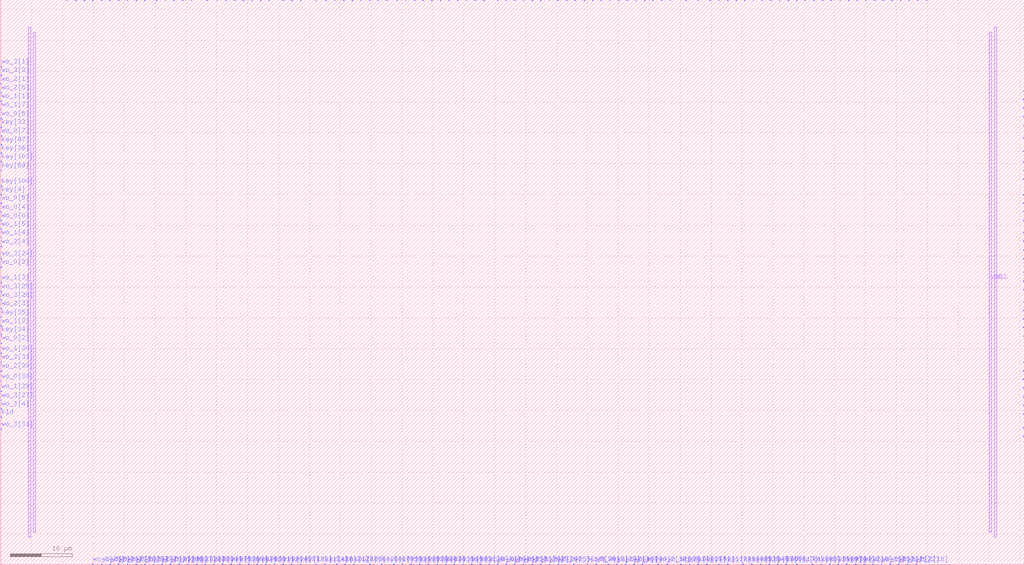
<source format=lef>
##
## LEF for PtnCells ;
## created by Innovus v16.10-p004_1 on Fri Feb 24 15:23:24 2017
##

VERSION 5.7 ;

BUSBITCHARS "[]" ;
DIVIDERCHAR "/" ;

MACRO aes_key_expand_128
  CLASS BLOCK ;
  SIZE 165.6800 BY 91.5600 ;
  FOREIGN aes_key_expand_128 0.0000 0.0000 ;
  ORIGIN 0 0 ;
  SYMMETRY X Y R90 ;
  PIN clk
    DIRECTION INPUT ;
    USE SIGNAL ;
    PORT
      LAYER metal4 ;
        RECT 78.1350 91.4200 78.2750 91.5600 ;
    END
  END clk
  PIN kld
    DIRECTION INPUT ;
    USE SIGNAL ;
    PORT
      LAYER metal4 ;
        RECT 0.0000 23.8000 0.1400 23.9400 ;
    END
  END kld
  PIN key[127]
    DIRECTION INPUT ;
    USE SIGNAL ;
    PORT
      LAYER metal4 ;
        RECT 61.6150 0.0000 61.7550 0.1400 ;
    END
  END key[127]
  PIN key[126]
    DIRECTION INPUT ;
    USE SIGNAL ;
    PORT
      LAYER metal4 ;
        RECT 52.3750 0.0000 52.5150 0.1400 ;
    END
  END key[126]
  PIN key[125]
    DIRECTION INPUT ;
    USE SIGNAL ;
    PORT
      LAYER metal4 ;
        RECT 57.1350 0.0000 57.2750 0.1400 ;
    END
  END key[125]
  PIN key[124]
    DIRECTION INPUT ;
    USE SIGNAL ;
    PORT
      LAYER metal4 ;
        RECT 50.9750 0.0000 51.1150 0.1400 ;
    END
  END key[124]
  PIN key[123]
    DIRECTION INPUT ;
    USE SIGNAL ;
    PORT
      LAYER metal4 ;
        RECT 48.4550 0.0000 48.5950 0.1400 ;
    END
  END key[123]
  PIN key[122]
    DIRECTION INPUT ;
    USE SIGNAL ;
    PORT
      LAYER metal4 ;
        RECT 55.7350 0.0000 55.8750 0.1400 ;
    END
  END key[122]
  PIN key[121]
    DIRECTION INPUT ;
    USE SIGNAL ;
    PORT
      LAYER metal4 ;
        RECT 54.3350 0.0000 54.4750 0.1400 ;
    END
  END key[121]
  PIN key[120]
    DIRECTION INPUT ;
    USE SIGNAL ;
    PORT
      LAYER metal4 ;
        RECT 59.6550 0.0000 59.7950 0.1400 ;
    END
  END key[120]
  PIN key[119]
    DIRECTION INPUT ;
    USE SIGNAL ;
    PORT
      LAYER metal4 ;
        RECT 134.1350 0.0000 134.2750 0.1400 ;
    END
  END key[119]
  PIN key[118]
    DIRECTION INPUT ;
    USE SIGNAL ;
    PORT
      LAYER metal4 ;
        RECT 132.7350 0.0000 132.8750 0.1400 ;
    END
  END key[118]
  PIN key[117]
    DIRECTION INPUT ;
    USE SIGNAL ;
    PORT
      LAYER metal4 ;
        RECT 127.1350 0.0000 127.2750 0.1400 ;
    END
  END key[117]
  PIN key[116]
    DIRECTION INPUT ;
    USE SIGNAL ;
    PORT
      LAYER metal4 ;
        RECT 117.6150 0.0000 117.7550 0.1400 ;
    END
  END key[116]
  PIN key[115]
    DIRECTION INPUT ;
    USE SIGNAL ;
    PORT
      LAYER metal4 ;
        RECT 112.8550 91.4200 112.9950 91.5600 ;
    END
  END key[115]
  PIN key[114]
    DIRECTION INPUT ;
    USE SIGNAL ;
    PORT
      LAYER metal4 ;
        RECT 110.8950 91.4200 111.0350 91.5600 ;
    END
  END key[114]
  PIN key[113]
    DIRECTION INPUT ;
    USE SIGNAL ;
    PORT
      LAYER metal4 ;
        RECT 116.2150 0.0000 116.3550 0.1400 ;
    END
  END key[113]
  PIN key[112]
    DIRECTION INPUT ;
    USE SIGNAL ;
    PORT
      LAYER metal4 ;
        RECT 128.8150 0.0000 128.9550 0.1400 ;
    END
  END key[112]
  PIN key[111]
    DIRECTION INPUT ;
    USE SIGNAL ;
    PORT
      LAYER metal4 ;
        RECT 102.7750 91.4200 102.9150 91.5600 ;
    END
  END key[111]
  PIN key[110]
    DIRECTION INPUT ;
    USE SIGNAL ;
    PORT
      LAYER metal4 ;
        RECT 104.1750 91.4200 104.3150 91.5600 ;
    END
  END key[110]
  PIN key[109]
    DIRECTION INPUT ;
    USE SIGNAL ;
    PORT
      LAYER metal4 ;
        RECT 101.3750 91.4200 101.5150 91.5600 ;
    END
  END key[109]
  PIN key[108]
    DIRECTION INPUT ;
    USE SIGNAL ;
    PORT
      LAYER metal4 ;
        RECT 105.5750 91.4200 105.7150 91.5600 ;
    END
  END key[108]
  PIN key[107]
    DIRECTION INPUT ;
    USE SIGNAL ;
    PORT
      LAYER metal4 ;
        RECT 99.9750 91.4200 100.1150 91.5600 ;
    END
  END key[107]
  PIN key[106]
    DIRECTION INPUT ;
    USE SIGNAL ;
    PORT
      LAYER metal4 ;
        RECT 98.5750 91.4200 98.7150 91.5600 ;
    END
  END key[106]
  PIN key[105]
    DIRECTION INPUT ;
    USE SIGNAL ;
    PORT
      LAYER metal4 ;
        RECT 97.1750 91.4200 97.3150 91.5600 ;
    END
  END key[105]
  PIN key[104]
    DIRECTION INPUT ;
    USE SIGNAL ;
    PORT
      LAYER metal4 ;
        RECT 106.9750 91.4200 107.1150 91.5600 ;
    END
  END key[104]
  PIN key[103]
    DIRECTION INPUT ;
    USE SIGNAL ;
    PORT
      LAYER metal4 ;
        RECT 0.0000 65.2400 0.1400 65.3800 ;
    END
  END key[103]
  PIN key[102]
    DIRECTION INPUT ;
    USE SIGNAL ;
    PORT
      LAYER metal4 ;
        RECT 25.2150 91.4200 25.3550 91.5600 ;
    END
  END key[102]
  PIN key[101]
    DIRECTION INPUT ;
    USE SIGNAL ;
    PORT
      LAYER metal4 ;
        RECT 30.8150 91.4200 30.9550 91.5600 ;
    END
  END key[101]
  PIN key[100]
    DIRECTION INPUT ;
    USE SIGNAL ;
    PORT
      LAYER metal4 ;
        RECT 0.0000 61.3200 0.1400 61.4600 ;
    END
  END key[100]
  PIN key[99]
    DIRECTION INPUT ;
    USE SIGNAL ;
    PORT
      LAYER metal4 ;
        RECT 45.6550 91.4200 45.7950 91.5600 ;
    END
  END key[99]
  PIN key[98]
    DIRECTION INPUT ;
    USE SIGNAL ;
    PORT
      LAYER metal4 ;
        RECT 47.0550 0.0000 47.1950 0.1400 ;
    END
  END key[98]
  PIN key[97]
    DIRECTION INPUT ;
    USE SIGNAL ;
    PORT
      LAYER metal4 ;
        RECT 0.0000 68.0400 0.1400 68.1800 ;
    END
  END key[97]
  PIN key[96]
    DIRECTION INPUT ;
    USE SIGNAL ;
    PORT
      LAYER metal4 ;
        RECT 35.0150 91.4200 35.1550 91.5600 ;
    END
  END key[96]
  PIN key[95]
    DIRECTION INPUT ;
    USE SIGNAL ;
    PORT
      LAYER metal4 ;
        RECT 63.5750 0.0000 63.7150 0.1400 ;
    END
  END key[95]
  PIN key[94]
    DIRECTION INPUT ;
    USE SIGNAL ;
    PORT
      LAYER metal4 ;
        RECT 45.6550 0.0000 45.7950 0.1400 ;
    END
  END key[94]
  PIN key[93]
    DIRECTION INPUT ;
    USE SIGNAL ;
    PORT
      LAYER metal4 ;
        RECT 64.9750 0.0000 65.1150 0.1400 ;
    END
  END key[93]
  PIN key[92]
    DIRECTION INPUT ;
    USE SIGNAL ;
    PORT
      LAYER metal4 ;
        RECT 44.2550 0.0000 44.3950 0.1400 ;
    END
  END key[92]
  PIN key[91]
    DIRECTION INPUT ;
    USE SIGNAL ;
    PORT
      LAYER metal4 ;
        RECT 42.8550 0.0000 42.9950 0.1400 ;
    END
  END key[91]
  PIN key[90]
    DIRECTION INPUT ;
    USE SIGNAL ;
    PORT
      LAYER metal4 ;
        RECT 66.3750 0.0000 66.5150 0.1400 ;
    END
  END key[90]
  PIN key[89]
    DIRECTION INPUT ;
    USE SIGNAL ;
    PORT
      LAYER metal4 ;
        RECT 67.7750 0.0000 67.9150 0.1400 ;
    END
  END key[89]
  PIN key[88]
    DIRECTION INPUT ;
    USE SIGNAL ;
    PORT
      LAYER metal4 ;
        RECT 69.1750 0.0000 69.3150 0.1400 ;
    END
  END key[88]
  PIN key[87]
    DIRECTION INPUT ;
    USE SIGNAL ;
    PORT
      LAYER metal4 ;
        RECT 135.5350 0.0000 135.6750 0.1400 ;
    END
  END key[87]
  PIN key[86]
    DIRECTION INPUT ;
    USE SIGNAL ;
    PORT
      LAYER metal4 ;
        RECT 131.3350 0.0000 131.4750 0.1400 ;
    END
  END key[86]
  PIN key[85]
    DIRECTION INPUT ;
    USE SIGNAL ;
    PORT
      LAYER metal4 ;
        RECT 125.7350 0.0000 125.8750 0.1400 ;
    END
  END key[85]
  PIN key[84]
    DIRECTION INPUT ;
    USE SIGNAL ;
    PORT
      LAYER metal4 ;
        RECT 114.8150 91.4200 114.9550 91.5600 ;
    END
  END key[84]
  PIN key[83]
    DIRECTION INPUT ;
    USE SIGNAL ;
    PORT
      LAYER metal4 ;
        RECT 108.3750 91.4200 108.5150 91.5600 ;
    END
  END key[83]
  PIN key[82]
    DIRECTION INPUT ;
    USE SIGNAL ;
    PORT
      LAYER metal4 ;
        RECT 95.7750 91.4200 95.9150 91.5600 ;
    END
  END key[82]
  PIN key[81]
    DIRECTION INPUT ;
    USE SIGNAL ;
    PORT
      LAYER metal4 ;
        RECT 116.2150 91.4200 116.3550 91.5600 ;
    END
  END key[81]
  PIN key[80]
    DIRECTION INPUT ;
    USE SIGNAL ;
    PORT
      LAYER metal4 ;
        RECT 136.9350 0.0000 137.0750 0.1400 ;
    END
  END key[80]
  PIN key[79]
    DIRECTION INPUT ;
    USE SIGNAL ;
    PORT
      LAYER metal4 ;
        RECT 117.6150 91.4200 117.7550 91.5600 ;
    END
  END key[79]
  PIN key[78]
    DIRECTION INPUT ;
    USE SIGNAL ;
    PORT
      LAYER metal4 ;
        RECT 119.0150 91.4200 119.1550 91.5600 ;
    END
  END key[78]
  PIN key[77]
    DIRECTION INPUT ;
    USE SIGNAL ;
    PORT
      LAYER metal4 ;
        RECT 94.3750 91.4200 94.5150 91.5600 ;
    END
  END key[77]
  PIN key[76]
    DIRECTION INPUT ;
    USE SIGNAL ;
    PORT
      LAYER metal4 ;
        RECT 120.4150 91.4200 120.5550 91.5600 ;
    END
  END key[76]
  PIN key[75]
    DIRECTION INPUT ;
    USE SIGNAL ;
    PORT
      LAYER metal4 ;
        RECT 92.9750 91.4200 93.1150 91.5600 ;
    END
  END key[75]
  PIN key[74]
    DIRECTION INPUT ;
    USE SIGNAL ;
    PORT
      LAYER metal4 ;
        RECT 121.8150 91.4200 121.9550 91.5600 ;
    END
  END key[74]
  PIN key[73]
    DIRECTION INPUT ;
    USE SIGNAL ;
    PORT
      LAYER metal4 ;
        RECT 91.5750 91.4200 91.7150 91.5600 ;
    END
  END key[73]
  PIN key[72]
    DIRECTION INPUT ;
    USE SIGNAL ;
    PORT
      LAYER metal4 ;
        RECT 90.1750 91.4200 90.3150 91.5600 ;
    END
  END key[72]
  PIN key[71]
    DIRECTION INPUT ;
    USE SIGNAL ;
    PORT
      LAYER metal4 ;
        RECT 26.6150 91.4200 26.7550 91.5600 ;
    END
  END key[71]
  PIN key[70]
    DIRECTION INPUT ;
    USE SIGNAL ;
    PORT
      LAYER metal4 ;
        RECT 28.0150 91.4200 28.1550 91.5600 ;
    END
  END key[70]
  PIN key[69]
    DIRECTION INPUT ;
    USE SIGNAL ;
    PORT
      LAYER metal4 ;
        RECT 29.4150 91.4200 29.5550 91.5600 ;
    END
  END key[69]
  PIN key[68]
    DIRECTION INPUT ;
    USE SIGNAL ;
    PORT
      LAYER metal4 ;
        RECT 0.0000 63.8400 0.1400 63.9800 ;
    END
  END key[68]
  PIN key[67]
    DIRECTION INPUT ;
    USE SIGNAL ;
    PORT
      LAYER metal4 ;
        RECT 47.0550 91.4200 47.1950 91.5600 ;
    END
  END key[67]
  PIN key[66]
    DIRECTION INPUT ;
    USE SIGNAL ;
    PORT
      LAYER metal4 ;
        RECT 41.4550 0.0000 41.5950 0.1400 ;
    END
  END key[66]
  PIN key[65]
    DIRECTION INPUT ;
    USE SIGNAL ;
    PORT
      LAYER metal4 ;
        RECT 23.2550 91.4200 23.3950 91.5600 ;
    END
  END key[65]
  PIN key[64]
    DIRECTION INPUT ;
    USE SIGNAL ;
    PORT
      LAYER metal4 ;
        RECT 33.3350 91.4200 33.4750 91.5600 ;
    END
  END key[64]
  PIN key[63]
    DIRECTION INPUT ;
    USE SIGNAL ;
    PORT
      LAYER metal4 ;
        RECT 70.5750 0.0000 70.7150 0.1400 ;
    END
  END key[63]
  PIN key[62]
    DIRECTION INPUT ;
    USE SIGNAL ;
    PORT
      LAYER metal4 ;
        RECT 40.0550 0.0000 40.1950 0.1400 ;
    END
  END key[62]
  PIN key[61]
    DIRECTION INPUT ;
    USE SIGNAL ;
    PORT
      LAYER metal4 ;
        RECT 71.9750 0.0000 72.1150 0.1400 ;
    END
  END key[61]
  PIN key[60]
    DIRECTION INPUT ;
    USE SIGNAL ;
    PORT
      LAYER metal4 ;
        RECT 38.6550 0.0000 38.7950 0.1400 ;
    END
  END key[60]
  PIN key[59]
    DIRECTION INPUT ;
    USE SIGNAL ;
    PORT
      LAYER metal4 ;
        RECT 37.2550 0.0000 37.3950 0.1400 ;
    END
  END key[59]
  PIN key[58]
    DIRECTION INPUT ;
    USE SIGNAL ;
    PORT
      LAYER metal4 ;
        RECT 73.3750 0.0000 73.5150 0.1400 ;
    END
  END key[58]
  PIN key[57]
    DIRECTION INPUT ;
    USE SIGNAL ;
    PORT
      LAYER metal4 ;
        RECT 35.8550 0.0000 35.9950 0.1400 ;
    END
  END key[57]
  PIN key[56]
    DIRECTION INPUT ;
    USE SIGNAL ;
    PORT
      LAYER metal4 ;
        RECT 74.7750 0.0000 74.9150 0.1400 ;
    END
  END key[56]
  PIN key[55]
    DIRECTION INPUT ;
    USE SIGNAL ;
    PORT
      LAYER metal4 ;
        RECT 124.3350 0.0000 124.4750 0.1400 ;
    END
  END key[55]
  PIN key[54]
    DIRECTION INPUT ;
    USE SIGNAL ;
    PORT
      LAYER metal4 ;
        RECT 122.9350 0.0000 123.0750 0.1400 ;
    END
  END key[54]
  PIN key[53]
    DIRECTION INPUT ;
    USE SIGNAL ;
    PORT
      LAYER metal4 ;
        RECT 121.5350 0.0000 121.6750 0.1400 ;
    END
  END key[53]
  PIN key[52]
    DIRECTION INPUT ;
    USE SIGNAL ;
    PORT
      LAYER metal4 ;
        RECT 114.2550 0.0000 114.3950 0.1400 ;
    END
  END key[52]
  PIN key[51]
    DIRECTION INPUT ;
    USE SIGNAL ;
    PORT
      LAYER metal4 ;
        RECT 88.7750 91.4200 88.9150 91.5600 ;
    END
  END key[51]
  PIN key[50]
    DIRECTION INPUT ;
    USE SIGNAL ;
    PORT
      LAYER metal4 ;
        RECT 87.3750 91.4200 87.5150 91.5600 ;
    END
  END key[50]
  PIN key[49]
    DIRECTION INPUT ;
    USE SIGNAL ;
    PORT
      LAYER metal4 ;
        RECT 123.2150 91.4200 123.3550 91.5600 ;
    END
  END key[49]
  PIN key[48]
    DIRECTION INPUT ;
    USE SIGNAL ;
    PORT
      LAYER metal4 ;
        RECT 120.1350 0.0000 120.2750 0.1400 ;
    END
  END key[48]
  PIN key[47]
    DIRECTION INPUT ;
    USE SIGNAL ;
    PORT
      LAYER metal4 ;
        RECT 124.6150 91.4200 124.7550 91.5600 ;
    END
  END key[47]
  PIN key[46]
    DIRECTION INPUT ;
    USE SIGNAL ;
    PORT
      LAYER metal4 ;
        RECT 126.0150 91.4200 126.1550 91.5600 ;
    END
  END key[46]
  PIN key[45]
    DIRECTION INPUT ;
    USE SIGNAL ;
    PORT
      LAYER metal4 ;
        RECT 127.4150 91.4200 127.5550 91.5600 ;
    END
  END key[45]
  PIN key[44]
    DIRECTION INPUT ;
    USE SIGNAL ;
    PORT
      LAYER metal4 ;
        RECT 128.8150 91.4200 128.9550 91.5600 ;
    END
  END key[44]
  PIN key[43]
    DIRECTION INPUT ;
    USE SIGNAL ;
    PORT
      LAYER metal4 ;
        RECT 130.2150 91.4200 130.3550 91.5600 ;
    END
  END key[43]
  PIN key[42]
    DIRECTION INPUT ;
    USE SIGNAL ;
    PORT
      LAYER metal4 ;
        RECT 131.6150 91.4200 131.7550 91.5600 ;
    END
  END key[42]
  PIN key[41]
    DIRECTION INPUT ;
    USE SIGNAL ;
    PORT
      LAYER metal4 ;
        RECT 133.0150 91.4200 133.1550 91.5600 ;
    END
  END key[41]
  PIN key[40]
    DIRECTION INPUT ;
    USE SIGNAL ;
    PORT
      LAYER metal4 ;
        RECT 85.9750 91.4200 86.1150 91.5600 ;
    END
  END key[40]
  PIN key[39]
    DIRECTION INPUT ;
    USE SIGNAL ;
    PORT
      LAYER metal4 ;
        RECT 36.4150 91.4200 36.5550 91.5600 ;
    END
  END key[39]
  PIN key[38]
    DIRECTION INPUT ;
    USE SIGNAL ;
    PORT
      LAYER metal4 ;
        RECT 21.8550 91.4200 21.9950 91.5600 ;
    END
  END key[38]
  PIN key[37]
    DIRECTION INPUT ;
    USE SIGNAL ;
    PORT
      LAYER metal4 ;
        RECT 37.8150 91.4200 37.9550 91.5600 ;
    END
  END key[37]
  PIN key[36]
    DIRECTION INPUT ;
    USE SIGNAL ;
    PORT
      LAYER metal4 ;
        RECT 0.0000 66.6400 0.1400 66.7800 ;
    END
  END key[36]
  PIN key[35]
    DIRECTION INPUT ;
    USE SIGNAL ;
    PORT
      LAYER metal4 ;
        RECT 0.0000 40.0400 0.1400 40.1800 ;
    END
  END key[35]
  PIN key[34]
    DIRECTION INPUT ;
    USE SIGNAL ;
    PORT
      LAYER metal4 ;
        RECT 0.0000 37.2400 0.1400 37.3800 ;
    END
  END key[34]
  PIN key[33]
    DIRECTION INPUT ;
    USE SIGNAL ;
    PORT
      LAYER metal4 ;
        RECT 0.0000 70.8400 0.1400 70.9800 ;
    END
  END key[33]
  PIN key[32]
    DIRECTION INPUT ;
    USE SIGNAL ;
    PORT
      LAYER metal4 ;
        RECT 39.2150 91.4200 39.3550 91.5600 ;
    END
  END key[32]
  PIN key[31]
    DIRECTION INPUT ;
    USE SIGNAL ;
    PORT
      LAYER metal4 ;
        RECT 76.1750 0.0000 76.3150 0.1400 ;
    END
  END key[31]
  PIN key[30]
    DIRECTION INPUT ;
    USE SIGNAL ;
    PORT
      LAYER metal4 ;
        RECT 34.4550 0.0000 34.5950 0.1400 ;
    END
  END key[30]
  PIN key[29]
    DIRECTION INPUT ;
    USE SIGNAL ;
    PORT
      LAYER metal4 ;
        RECT 33.0550 0.0000 33.1950 0.1400 ;
    END
  END key[29]
  PIN key[28]
    DIRECTION INPUT ;
    USE SIGNAL ;
    PORT
      LAYER metal4 ;
        RECT 31.6550 0.0000 31.7950 0.1400 ;
    END
  END key[28]
  PIN key[27]
    DIRECTION INPUT ;
    USE SIGNAL ;
    PORT
      LAYER metal4 ;
        RECT 30.2550 0.0000 30.3950 0.1400 ;
    END
  END key[27]
  PIN key[26]
    DIRECTION INPUT ;
    USE SIGNAL ;
    PORT
      LAYER metal4 ;
        RECT 28.8550 0.0000 28.9950 0.1400 ;
    END
  END key[26]
  PIN key[25]
    DIRECTION INPUT ;
    USE SIGNAL ;
    PORT
      LAYER metal4 ;
        RECT 77.5750 0.0000 77.7150 0.1400 ;
    END
  END key[25]
  PIN key[24]
    DIRECTION INPUT ;
    USE SIGNAL ;
    PORT
      LAYER metal4 ;
        RECT 59.6550 91.4200 59.7950 91.5600 ;
    END
  END key[24]
  PIN key[23]
    DIRECTION INPUT ;
    USE SIGNAL ;
    PORT
      LAYER metal4 ;
        RECT 112.8550 0.0000 112.9950 0.1400 ;
    END
  END key[23]
  PIN key[22]
    DIRECTION INPUT ;
    USE SIGNAL ;
    PORT
      LAYER metal4 ;
        RECT 138.3350 0.0000 138.4750 0.1400 ;
    END
  END key[22]
  PIN key[21]
    DIRECTION INPUT ;
    USE SIGNAL ;
    PORT
      LAYER metal4 ;
        RECT 111.4550 0.0000 111.5950 0.1400 ;
    END
  END key[21]
  PIN key[20]
    DIRECTION INPUT ;
    USE SIGNAL ;
    PORT
      LAYER metal4 ;
        RECT 165.5400 53.7600 165.6800 53.9000 ;
    END
  END key[20]
  PIN key[19]
    DIRECTION INPUT ;
    USE SIGNAL ;
    PORT
      LAYER metal4 ;
        RECT 103.8950 0.0000 104.0350 0.1400 ;
    END
  END key[19]
  PIN key[18]
    DIRECTION INPUT ;
    USE SIGNAL ;
    PORT
      LAYER metal4 ;
        RECT 84.5750 91.4200 84.7150 91.5600 ;
    END
  END key[18]
  PIN key[17]
    DIRECTION INPUT ;
    USE SIGNAL ;
    PORT
      LAYER metal4 ;
        RECT 165.5400 55.7200 165.6800 55.8600 ;
    END
  END key[17]
  PIN key[16]
    DIRECTION INPUT ;
    USE SIGNAL ;
    PORT
      LAYER metal4 ;
        RECT 139.7350 0.0000 139.8750 0.1400 ;
    END
  END key[16]
  PIN key[15]
    DIRECTION INPUT ;
    USE SIGNAL ;
    PORT
      LAYER metal4 ;
        RECT 134.4150 91.4200 134.5550 91.5600 ;
    END
  END key[15]
  PIN key[14]
    DIRECTION INPUT ;
    USE SIGNAL ;
    PORT
      LAYER metal4 ;
        RECT 135.8150 91.4200 135.9550 91.5600 ;
    END
  END key[14]
  PIN key[13]
    DIRECTION INPUT ;
    USE SIGNAL ;
    PORT
      LAYER metal4 ;
        RECT 137.2150 91.4200 137.3550 91.5600 ;
    END
  END key[13]
  PIN key[12]
    DIRECTION INPUT ;
    USE SIGNAL ;
    PORT
      LAYER metal4 ;
        RECT 138.6150 91.4200 138.7550 91.5600 ;
    END
  END key[12]
  PIN key[11]
    DIRECTION INPUT ;
    USE SIGNAL ;
    PORT
      LAYER metal4 ;
        RECT 140.0150 91.4200 140.1550 91.5600 ;
    END
  END key[11]
  PIN key[10]
    DIRECTION INPUT ;
    USE SIGNAL ;
    PORT
      LAYER metal4 ;
        RECT 141.4150 91.4200 141.5550 91.5600 ;
    END
  END key[10]
  PIN key[9]
    DIRECTION INPUT ;
    USE SIGNAL ;
    PORT
      LAYER metal4 ;
        RECT 142.8150 91.4200 142.9550 91.5600 ;
    END
  END key[9]
  PIN key[8]
    DIRECTION INPUT ;
    USE SIGNAL ;
    PORT
      LAYER metal4 ;
        RECT 165.5400 62.4400 165.6800 62.5800 ;
    END
  END key[8]
  PIN key[7]
    DIRECTION INPUT ;
    USE SIGNAL ;
    PORT
      LAYER metal4 ;
        RECT 40.6150 91.4200 40.7550 91.5600 ;
    END
  END key[7]
  PIN key[6]
    DIRECTION INPUT ;
    USE SIGNAL ;
    PORT
      LAYER metal4 ;
        RECT 42.0150 91.4200 42.1550 91.5600 ;
    END
  END key[6]
  PIN key[5]
    DIRECTION INPUT ;
    USE SIGNAL ;
    PORT
      LAYER metal4 ;
        RECT 43.4150 91.4200 43.5550 91.5600 ;
    END
  END key[5]
  PIN key[4]
    DIRECTION INPUT ;
    USE SIGNAL ;
    PORT
      LAYER metal4 ;
        RECT 0.0000 59.9200 0.1400 60.0600 ;
    END
  END key[4]
  PIN key[3]
    DIRECTION INPUT ;
    USE SIGNAL ;
    PORT
      LAYER metal4 ;
        RECT 50.9750 91.4200 51.1150 91.5600 ;
    END
  END key[3]
  PIN key[2]
    DIRECTION INPUT ;
    USE SIGNAL ;
    PORT
      LAYER metal4 ;
        RECT 52.6550 91.4200 52.7950 91.5600 ;
    END
  END key[2]
  PIN key[1]
    DIRECTION INPUT ;
    USE SIGNAL ;
    PORT
      LAYER metal4 ;
        RECT 20.4550 91.4200 20.5950 91.5600 ;
    END
  END key[1]
  PIN key[0]
    DIRECTION INPUT ;
    USE SIGNAL ;
    PORT
      LAYER metal4 ;
        RECT 48.4550 91.4200 48.5950 91.5600 ;
    END
  END key[0]
  PIN wo_0[31]
    DIRECTION OUTPUT ;
    USE SIGNAL ;
    PORT
      LAYER metal4 ;
        RECT 78.9750 0.0000 79.1150 0.1400 ;
    END
  END wo_0[31]
  PIN wo_0[30]
    DIRECTION OUTPUT ;
    USE SIGNAL ;
    PORT
      LAYER metal4 ;
        RECT 0.0000 29.6800 0.1400 29.8200 ;
    END
  END wo_0[30]
  PIN wo_0[29]
    DIRECTION OUTPUT ;
    USE SIGNAL ;
    PORT
      LAYER metal4 ;
        RECT 80.3750 0.0000 80.5150 0.1400 ;
    END
  END wo_0[29]
  PIN wo_0[28]
    DIRECTION OUTPUT ;
    USE SIGNAL ;
    PORT
      LAYER metal4 ;
        RECT 27.4550 0.0000 27.5950 0.1400 ;
    END
  END wo_0[28]
  PIN wo_0[27]
    DIRECTION OUTPUT ;
    USE SIGNAL ;
    PORT
      LAYER metal4 ;
        RECT 26.0550 0.0000 26.1950 0.1400 ;
    END
  END wo_0[27]
  PIN wo_0[26]
    DIRECTION OUTPUT ;
    USE SIGNAL ;
    PORT
      LAYER metal4 ;
        RECT 81.7750 0.0000 81.9150 0.1400 ;
    END
  END wo_0[26]
  PIN wo_0[25]
    DIRECTION OUTPUT ;
    USE SIGNAL ;
    PORT
      LAYER metal4 ;
        RECT 83.1750 0.0000 83.3150 0.1400 ;
    END
  END wo_0[25]
  PIN wo_0[24]
    DIRECTION OUTPUT ;
    USE SIGNAL ;
    PORT
      LAYER metal4 ;
        RECT 58.2550 91.4200 58.3950 91.5600 ;
    END
  END wo_0[24]
  PIN wo_0[23]
    DIRECTION OUTPUT ;
    USE SIGNAL ;
    PORT
      LAYER metal4 ;
        RECT 165.5400 28.5600 165.6800 28.7000 ;
    END
  END wo_0[23]
  PIN wo_0[22]
    DIRECTION OUTPUT ;
    USE SIGNAL ;
    PORT
      LAYER metal4 ;
        RECT 165.5400 25.7600 165.6800 25.9000 ;
    END
  END wo_0[22]
  PIN wo_0[21]
    DIRECTION OUTPUT ;
    USE SIGNAL ;
    PORT
      LAYER metal4 ;
        RECT 165.5400 31.3600 165.6800 31.5000 ;
    END
  END wo_0[21]
  PIN wo_0[20]
    DIRECTION OUTPUT ;
    USE SIGNAL ;
    PORT
      LAYER metal4 ;
        RECT 165.5400 42.5600 165.6800 42.7000 ;
    END
  END wo_0[20]
  PIN wo_0[19]
    DIRECTION OUTPUT ;
    USE SIGNAL ;
    PORT
      LAYER metal4 ;
        RECT 165.5400 57.1200 165.6800 57.2600 ;
    END
  END wo_0[19]
  PIN wo_0[18]
    DIRECTION OUTPUT ;
    USE SIGNAL ;
    PORT
      LAYER metal4 ;
        RECT 165.5400 59.9200 165.6800 60.0600 ;
    END
  END wo_0[18]
  PIN wo_0[17]
    DIRECTION OUTPUT ;
    USE SIGNAL ;
    PORT
      LAYER metal4 ;
        RECT 165.5400 45.9200 165.6800 46.0600 ;
    END
  END wo_0[17]
  PIN wo_0[16]
    DIRECTION OUTPUT ;
    USE SIGNAL ;
    PORT
      LAYER metal4 ;
        RECT 141.1350 0.0000 141.2750 0.1400 ;
    END
  END wo_0[16]
  PIN wo_0[15]
    DIRECTION OUTPUT ;
    USE SIGNAL ;
    PORT
      LAYER metal4 ;
        RECT 83.1750 91.4200 83.3150 91.5600 ;
    END
  END wo_0[15]
  PIN wo_0[14]
    DIRECTION OUTPUT ;
    USE SIGNAL ;
    PORT
      LAYER metal4 ;
        RECT 81.7750 91.4200 81.9150 91.5600 ;
    END
  END wo_0[14]
  PIN wo_0[13]
    DIRECTION OUTPUT ;
    USE SIGNAL ;
    PORT
      LAYER metal4 ;
        RECT 80.3750 91.4200 80.5150 91.5600 ;
    END
  END wo_0[13]
  PIN wo_0[12]
    DIRECTION OUTPUT ;
    USE SIGNAL ;
    PORT
      LAYER metal4 ;
        RECT 76.7350 91.4200 76.8750 91.5600 ;
    END
  END wo_0[12]
  PIN wo_0[11]
    DIRECTION OUTPUT ;
    USE SIGNAL ;
    PORT
      LAYER metal4 ;
        RECT 75.3350 91.4200 75.4750 91.5600 ;
    END
  END wo_0[11]
  PIN wo_0[10]
    DIRECTION OUTPUT ;
    USE SIGNAL ;
    PORT
      LAYER metal4 ;
        RECT 73.9350 91.4200 74.0750 91.5600 ;
    END
  END wo_0[10]
  PIN wo_0[9]
    DIRECTION OUTPUT ;
    USE SIGNAL ;
    PORT
      LAYER metal4 ;
        RECT 72.5350 91.4200 72.6750 91.5600 ;
    END
  END wo_0[9]
  PIN wo_0[8]
    DIRECTION OUTPUT ;
    USE SIGNAL ;
    PORT
      LAYER metal4 ;
        RECT 71.1350 91.4200 71.2750 91.5600 ;
    END
  END wo_0[8]
  PIN wo_0[7]
    DIRECTION OUTPUT ;
    USE SIGNAL ;
    PORT
      LAYER metal4 ;
        RECT 0.0000 69.4400 0.1400 69.5800 ;
    END
  END wo_0[7]
  PIN wo_0[6]
    DIRECTION OUTPUT ;
    USE SIGNAL ;
    PORT
      LAYER metal4 ;
        RECT 0.0000 72.2400 0.1400 72.3800 ;
    END
  END wo_0[6]
  PIN wo_0[5]
    DIRECTION OUTPUT ;
    USE SIGNAL ;
    PORT
      LAYER metal4 ;
        RECT 0.0000 58.5200 0.1400 58.6600 ;
    END
  END wo_0[5]
  PIN wo_0[4]
    DIRECTION OUTPUT ;
    USE SIGNAL ;
    PORT
      LAYER metal4 ;
        RECT 0.0000 57.1200 0.1400 57.2600 ;
    END
  END wo_0[4]
  PIN wo_0[3]
    DIRECTION OUTPUT ;
    USE SIGNAL ;
    PORT
      LAYER metal4 ;
        RECT 0.0000 48.1600 0.1400 48.3000 ;
    END
  END wo_0[3]
  PIN wo_0[2]
    DIRECTION OUTPUT ;
    USE SIGNAL ;
    PORT
      LAYER metal4 ;
        RECT 0.0000 35.8400 0.1400 35.9800 ;
    END
  END wo_0[2]
  PIN wo_0[1]
    DIRECTION OUTPUT ;
    USE SIGNAL ;
    PORT
      LAYER metal4 ;
        RECT 19.0550 91.4200 19.1950 91.5600 ;
    END
  END wo_0[1]
  PIN wo_0[0]
    DIRECTION OUTPUT ;
    USE SIGNAL ;
    PORT
      LAYER metal4 ;
        RECT 0.0000 55.7200 0.1400 55.8600 ;
    END
  END wo_0[0]
  PIN wo_1[31]
    DIRECTION OUTPUT ;
    USE SIGNAL ;
    PORT
      LAYER metal4 ;
        RECT 84.5750 0.0000 84.7150 0.1400 ;
    END
  END wo_1[31]
  PIN wo_1[30]
    DIRECTION OUTPUT ;
    USE SIGNAL ;
    PORT
      LAYER metal4 ;
        RECT 0.0000 34.1600 0.1400 34.3000 ;
    END
  END wo_1[30]
  PIN wo_1[29]
    DIRECTION OUTPUT ;
    USE SIGNAL ;
    PORT
      LAYER metal4 ;
        RECT 0.0000 28.0000 0.1400 28.1400 ;
    END
  END wo_1[29]
  PIN wo_1[28]
    DIRECTION OUTPUT ;
    USE SIGNAL ;
    PORT
      LAYER metal4 ;
        RECT 24.6550 0.0000 24.7950 0.1400 ;
    END
  END wo_1[28]
  PIN wo_1[27]
    DIRECTION OUTPUT ;
    USE SIGNAL ;
    PORT
      LAYER metal4 ;
        RECT 23.2550 0.0000 23.3950 0.1400 ;
    END
  END wo_1[27]
  PIN wo_1[26]
    DIRECTION OUTPUT ;
    USE SIGNAL ;
    PORT
      LAYER metal4 ;
        RECT 85.9750 0.0000 86.1150 0.1400 ;
    END
  END wo_1[26]
  PIN wo_1[25]
    DIRECTION OUTPUT ;
    USE SIGNAL ;
    PORT
      LAYER metal4 ;
        RECT 21.8550 0.0000 21.9950 0.1400 ;
    END
  END wo_1[25]
  PIN wo_1[24]
    DIRECTION OUTPUT ;
    USE SIGNAL ;
    PORT
      LAYER metal4 ;
        RECT 65.5350 91.4200 65.6750 91.5600 ;
    END
  END wo_1[24]
  PIN wo_1[23]
    DIRECTION OUTPUT ;
    USE SIGNAL ;
    PORT
      LAYER metal4 ;
        RECT 142.5350 0.0000 142.6750 0.1400 ;
    END
  END wo_1[23]
  PIN wo_1[22]
    DIRECTION OUTPUT ;
    USE SIGNAL ;
    PORT
      LAYER metal4 ;
        RECT 143.9350 0.0000 144.0750 0.1400 ;
    END
  END wo_1[22]
  PIN wo_1[21]
    DIRECTION OUTPUT ;
    USE SIGNAL ;
    PORT
      LAYER metal4 ;
        RECT 165.5400 29.9600 165.6800 30.1000 ;
    END
  END wo_1[21]
  PIN wo_1[20]
    DIRECTION OUTPUT ;
    USE SIGNAL ;
    PORT
      LAYER metal4 ;
        RECT 165.5400 47.3200 165.6800 47.4600 ;
    END
  END wo_1[20]
  PIN wo_1[19]
    DIRECTION OUTPUT ;
    USE SIGNAL ;
    PORT
      LAYER metal4 ;
        RECT 165.5400 58.5200 165.6800 58.6600 ;
    END
  END wo_1[19]
  PIN wo_1[18]
    DIRECTION OUTPUT ;
    USE SIGNAL ;
    PORT
      LAYER metal4 ;
        RECT 107.8150 0.0000 107.9550 0.1400 ;
    END
  END wo_1[18]
  PIN wo_1[17]
    DIRECTION OUTPUT ;
    USE SIGNAL ;
    PORT
      LAYER metal4 ;
        RECT 165.5400 52.3600 165.6800 52.5000 ;
    END
  END wo_1[17]
  PIN wo_1[16]
    DIRECTION OUTPUT ;
    USE SIGNAL ;
    PORT
      LAYER metal4 ;
        RECT 145.3350 0.0000 145.4750 0.1400 ;
    END
  END wo_1[16]
  PIN wo_1[15]
    DIRECTION OUTPUT ;
    USE SIGNAL ;
    PORT
      LAYER metal4 ;
        RECT 165.5400 63.8400 165.6800 63.9800 ;
    END
  END wo_1[15]
  PIN wo_1[14]
    DIRECTION OUTPUT ;
    USE SIGNAL ;
    PORT
      LAYER metal4 ;
        RECT 69.7350 91.4200 69.8750 91.5600 ;
    END
  END wo_1[14]
  PIN wo_1[13]
    DIRECTION OUTPUT ;
    USE SIGNAL ;
    PORT
      LAYER metal4 ;
        RECT 68.3350 91.4200 68.4750 91.5600 ;
    END
  END wo_1[13]
  PIN wo_1[12]
    DIRECTION OUTPUT ;
    USE SIGNAL ;
    PORT
      LAYER metal4 ;
        RECT 66.9350 91.4200 67.0750 91.5600 ;
    END
  END wo_1[12]
  PIN wo_1[11]
    DIRECTION OUTPUT ;
    USE SIGNAL ;
    PORT
      LAYER metal4 ;
        RECT 144.2150 91.4200 144.3550 91.5600 ;
    END
  END wo_1[11]
  PIN wo_1[10]
    DIRECTION OUTPUT ;
    USE SIGNAL ;
    PORT
      LAYER metal4 ;
        RECT 145.6150 91.4200 145.7550 91.5600 ;
    END
  END wo_1[10]
  PIN wo_1[9]
    DIRECTION OUTPUT ;
    USE SIGNAL ;
    PORT
      LAYER metal4 ;
        RECT 165.5400 71.1200 165.6800 71.2600 ;
    END
  END wo_1[9]
  PIN wo_1[8]
    DIRECTION OUTPUT ;
    USE SIGNAL ;
    PORT
      LAYER metal4 ;
        RECT 102.4950 0.0000 102.6350 0.1400 ;
    END
  END wo_1[8]
  PIN wo_1[7]
    DIRECTION OUTPUT ;
    USE SIGNAL ;
    PORT
      LAYER metal4 ;
        RECT 0.0000 73.6400 0.1400 73.7800 ;
    END
  END wo_1[7]
  PIN wo_1[6]
    DIRECTION OUTPUT ;
    USE SIGNAL ;
    PORT
      LAYER metal4 ;
        RECT 17.6550 91.4200 17.7950 91.5600 ;
    END
  END wo_1[6]
  PIN wo_1[5]
    DIRECTION OUTPUT ;
    USE SIGNAL ;
    PORT
      LAYER metal4 ;
        RECT 0.0000 54.3200 0.1400 54.4600 ;
    END
  END wo_1[5]
  PIN wo_1[4]
    DIRECTION OUTPUT ;
    USE SIGNAL ;
    PORT
      LAYER metal4 ;
        RECT 0.0000 52.9200 0.1400 53.0600 ;
    END
  END wo_1[4]
  PIN wo_1[3]
    DIRECTION OUTPUT ;
    USE SIGNAL ;
    PORT
      LAYER metal4 ;
        RECT 0.0000 45.6400 0.1400 45.7800 ;
    END
  END wo_1[3]
  PIN wo_1[2]
    DIRECTION OUTPUT ;
    USE SIGNAL ;
    PORT
      LAYER metal4 ;
        RECT 0.0000 38.6400 0.1400 38.7800 ;
    END
  END wo_1[2]
  PIN wo_1[1]
    DIRECTION OUTPUT ;
    USE SIGNAL ;
    PORT
      LAYER metal4 ;
        RECT 0.0000 75.0400 0.1400 75.1800 ;
    END
  END wo_1[1]
  PIN wo_1[0]
    DIRECTION OUTPUT ;
    USE SIGNAL ;
    PORT
      LAYER metal4 ;
        RECT 54.0550 91.4200 54.1950 91.5600 ;
    END
  END wo_1[0]
  PIN wo_2[31]
    DIRECTION OUTPUT ;
    USE SIGNAL ;
    PORT
      LAYER metal4 ;
        RECT 0.0000 32.7600 0.1400 32.9000 ;
    END
  END wo_2[31]
  PIN wo_2[30]
    DIRECTION OUTPUT ;
    USE SIGNAL ;
    PORT
      LAYER metal4 ;
        RECT 0.0000 31.3600 0.1400 31.5000 ;
    END
  END wo_2[30]
  PIN wo_2[29]
    DIRECTION OUTPUT ;
    USE SIGNAL ;
    PORT
      LAYER metal4 ;
        RECT 87.3750 0.0000 87.5150 0.1400 ;
    END
  END wo_2[29]
  PIN wo_2[28]
    DIRECTION OUTPUT ;
    USE SIGNAL ;
    PORT
      LAYER metal4 ;
        RECT 20.4550 0.0000 20.5950 0.1400 ;
    END
  END wo_2[28]
  PIN wo_2[27]
    DIRECTION OUTPUT ;
    USE SIGNAL ;
    PORT
      LAYER metal4 ;
        RECT 19.0550 0.0000 19.1950 0.1400 ;
    END
  END wo_2[27]
  PIN wo_2[26]
    DIRECTION OUTPUT ;
    USE SIGNAL ;
    PORT
      LAYER metal4 ;
        RECT 88.7750 0.0000 88.9150 0.1400 ;
    END
  END wo_2[26]
  PIN wo_2[25]
    DIRECTION OUTPUT ;
    USE SIGNAL ;
    PORT
      LAYER metal4 ;
        RECT 90.1750 0.0000 90.3150 0.1400 ;
    END
  END wo_2[25]
  PIN wo_2[24]
    DIRECTION OUTPUT ;
    USE SIGNAL ;
    PORT
      LAYER metal4 ;
        RECT 64.1350 91.4200 64.2750 91.5600 ;
    END
  END wo_2[24]
  PIN wo_2[23]
    DIRECTION OUTPUT ;
    USE SIGNAL ;
    PORT
      LAYER metal4 ;
        RECT 165.5400 20.7200 165.6800 20.8600 ;
    END
  END wo_2[23]
  PIN wo_2[22]
    DIRECTION OUTPUT ;
    USE SIGNAL ;
    PORT
      LAYER metal4 ;
        RECT 146.7350 0.0000 146.8750 0.1400 ;
    END
  END wo_2[22]
  PIN wo_2[21]
    DIRECTION OUTPUT ;
    USE SIGNAL ;
    PORT
      LAYER metal4 ;
        RECT 165.5400 27.1600 165.6800 27.3000 ;
    END
  END wo_2[21]
  PIN wo_2[20]
    DIRECTION OUTPUT ;
    USE SIGNAL ;
    PORT
      LAYER metal4 ;
        RECT 165.5400 50.9600 165.6800 51.1000 ;
    END
  END wo_2[20]
  PIN wo_2[19]
    DIRECTION OUTPUT ;
    USE SIGNAL ;
    PORT
      LAYER metal4 ;
        RECT 106.4150 0.0000 106.5550 0.1400 ;
    END
  END wo_2[19]
  PIN wo_2[18]
    DIRECTION OUTPUT ;
    USE SIGNAL ;
    PORT
      LAYER metal4 ;
        RECT 101.0950 0.0000 101.2350 0.1400 ;
    END
  END wo_2[18]
  PIN wo_2[17]
    DIRECTION OUTPUT ;
    USE SIGNAL ;
    PORT
      LAYER metal4 ;
        RECT 110.0550 0.0000 110.1950 0.1400 ;
    END
  END wo_2[17]
  PIN wo_2[16]
    DIRECTION OUTPUT ;
    USE SIGNAL ;
    PORT
      LAYER metal4 ;
        RECT 148.1350 0.0000 148.2750 0.1400 ;
    END
  END wo_2[16]
  PIN wo_2[15]
    DIRECTION OUTPUT ;
    USE SIGNAL ;
    PORT
      LAYER metal4 ;
        RECT 165.5400 65.2400 165.6800 65.3800 ;
    END
  END wo_2[15]
  PIN wo_2[14]
    DIRECTION OUTPUT ;
    USE SIGNAL ;
    PORT
      LAYER metal4 ;
        RECT 165.5400 66.9200 165.6800 67.0600 ;
    END
  END wo_2[14]
  PIN wo_2[13]
    DIRECTION OUTPUT ;
    USE SIGNAL ;
    PORT
      LAYER metal4 ;
        RECT 165.5400 69.1600 165.6800 69.3000 ;
    END
  END wo_2[13]
  PIN wo_2[12]
    DIRECTION OUTPUT ;
    USE SIGNAL ;
    PORT
      LAYER metal4 ;
        RECT 147.0150 91.4200 147.1550 91.5600 ;
    END
  END wo_2[12]
  PIN wo_2[11]
    DIRECTION OUTPUT ;
    USE SIGNAL ;
    PORT
      LAYER metal4 ;
        RECT 148.4150 91.4200 148.5550 91.5600 ;
    END
  END wo_2[11]
  PIN wo_2[10]
    DIRECTION OUTPUT ;
    USE SIGNAL ;
    PORT
      LAYER metal4 ;
        RECT 149.8150 91.4200 149.9550 91.5600 ;
    END
  END wo_2[10]
  PIN wo_2[9]
    DIRECTION OUTPUT ;
    USE SIGNAL ;
    PORT
      LAYER metal4 ;
        RECT 165.5400 72.5200 165.6800 72.6600 ;
    END
  END wo_2[9]
  PIN wo_2[8]
    DIRECTION OUTPUT ;
    USE SIGNAL ;
    PORT
      LAYER metal4 ;
        RECT 165.5400 49.5600 165.6800 49.7000 ;
    END
  END wo_2[8]
  PIN wo_2[7]
    DIRECTION OUTPUT ;
    USE SIGNAL ;
    PORT
      LAYER metal4 ;
        RECT 16.2550 91.4200 16.3950 91.5600 ;
    END
  END wo_2[7]
  PIN wo_2[6]
    DIRECTION OUTPUT ;
    USE SIGNAL ;
    PORT
      LAYER metal4 ;
        RECT 14.8550 91.4200 14.9950 91.5600 ;
    END
  END wo_2[6]
  PIN wo_2[5]
    DIRECTION OUTPUT ;
    USE SIGNAL ;
    PORT
      LAYER metal4 ;
        RECT 0.0000 76.4400 0.1400 76.5800 ;
    END
  END wo_2[5]
  PIN wo_2[4]
    DIRECTION OUTPUT ;
    USE SIGNAL ;
    PORT
      LAYER metal4 ;
        RECT 0.0000 51.5200 0.1400 51.6600 ;
    END
  END wo_2[4]
  PIN wo_2[3]
    DIRECTION OUTPUT ;
    USE SIGNAL ;
    PORT
      LAYER metal4 ;
        RECT 0.0000 41.4400 0.1400 41.5800 ;
    END
  END wo_2[3]
  PIN wo_2[2]
    DIRECTION OUTPUT ;
    USE SIGNAL ;
    PORT
      LAYER metal4 ;
        RECT 55.4550 91.4200 55.5950 91.5600 ;
    END
  END wo_2[2]
  PIN wo_2[1]
    DIRECTION OUTPUT ;
    USE SIGNAL ;
    PORT
      LAYER metal4 ;
        RECT 0.0000 77.8400 0.1400 77.9800 ;
    END
  END wo_2[1]
  PIN wo_2[0]
    DIRECTION OUTPUT ;
    USE SIGNAL ;
    PORT
      LAYER metal4 ;
        RECT 13.4550 91.4200 13.5950 91.5600 ;
    END
  END wo_2[0]
  PIN wo_3[31]
    DIRECTION OUTPUT ;
    USE SIGNAL ;
    PORT
      LAYER metal4 ;
        RECT 0.0000 21.8400 0.1400 21.9800 ;
    END
  END wo_3[31]
  PIN wo_3[30]
    DIRECTION OUTPUT ;
    USE SIGNAL ;
    PORT
      LAYER metal4 ;
        RECT 17.6550 0.0000 17.7950 0.1400 ;
    END
  END wo_3[30]
  PIN wo_3[29]
    DIRECTION OUTPUT ;
    USE SIGNAL ;
    PORT
      LAYER metal4 ;
        RECT 16.2550 0.0000 16.3950 0.1400 ;
    END
  END wo_3[29]
  PIN wo_3[28]
    DIRECTION OUTPUT ;
    USE SIGNAL ;
    PORT
      LAYER metal4 ;
        RECT 14.8550 0.0000 14.9950 0.1400 ;
    END
  END wo_3[28]
  PIN wo_3[27]
    DIRECTION OUTPUT ;
    USE SIGNAL ;
    PORT
      LAYER metal4 ;
        RECT 0.0000 26.6000 0.1400 26.7400 ;
    END
  END wo_3[27]
  PIN wo_3[26]
    DIRECTION OUTPUT ;
    USE SIGNAL ;
    PORT
      LAYER metal4 ;
        RECT 0.0000 42.8400 0.1400 42.9800 ;
    END
  END wo_3[26]
  PIN wo_3[25]
    DIRECTION OUTPUT ;
    USE SIGNAL ;
    PORT
      LAYER metal4 ;
        RECT 0.0000 44.2400 0.1400 44.3800 ;
    END
  END wo_3[25]
  PIN wo_3[24]
    DIRECTION OUTPUT ;
    USE SIGNAL ;
    PORT
      LAYER metal4 ;
        RECT 0.0000 49.5600 0.1400 49.7000 ;
    END
  END wo_3[24]
  PIN wo_3[23]
    DIRECTION OUTPUT ;
    USE SIGNAL ;
    PORT
      LAYER metal4 ;
        RECT 165.5400 32.7600 165.6800 32.9000 ;
    END
  END wo_3[23]
  PIN wo_3[22]
    DIRECTION OUTPUT ;
    USE SIGNAL ;
    PORT
      LAYER metal4 ;
        RECT 165.5400 24.3600 165.6800 24.5000 ;
    END
  END wo_3[22]
  PIN wo_3[21]
    DIRECTION OUTPUT ;
    USE SIGNAL ;
    PORT
      LAYER metal4 ;
        RECT 99.6950 0.0000 99.8350 0.1400 ;
    END
  END wo_3[21]
  PIN wo_3[20]
    DIRECTION OUTPUT ;
    USE SIGNAL ;
    PORT
      LAYER metal4 ;
        RECT 94.9350 0.0000 95.0750 0.1400 ;
    END
  END wo_3[20]
  PIN wo_3[19]
    DIRECTION OUTPUT ;
    USE SIGNAL ;
    PORT
      LAYER metal4 ;
        RECT 98.2950 0.0000 98.4350 0.1400 ;
    END
  END wo_3[19]
  PIN wo_3[18]
    DIRECTION OUTPUT ;
    USE SIGNAL ;
    PORT
      LAYER metal4 ;
        RECT 92.6950 0.0000 92.8350 0.1400 ;
    END
  END wo_3[18]
  PIN wo_3[17]
    DIRECTION OUTPUT ;
    USE SIGNAL ;
    PORT
      LAYER metal4 ;
        RECT 96.3350 0.0000 96.4750 0.1400 ;
    END
  END wo_3[17]
  PIN wo_3[16]
    DIRECTION OUTPUT ;
    USE SIGNAL ;
    PORT
      LAYER metal4 ;
        RECT 165.5400 22.1200 165.6800 22.2600 ;
    END
  END wo_3[16]
  PIN wo_3[15]
    DIRECTION OUTPUT ;
    USE SIGNAL ;
    PORT
      LAYER metal4 ;
        RECT 165.5400 73.9200 165.6800 74.0600 ;
    END
  END wo_3[15]
  PIN wo_3[14]
    DIRECTION OUTPUT ;
    USE SIGNAL ;
    PORT
      LAYER metal4 ;
        RECT 165.5400 75.3200 165.6800 75.4600 ;
    END
  END wo_3[14]
  PIN wo_3[13]
    DIRECTION OUTPUT ;
    USE SIGNAL ;
    PORT
      LAYER metal4 ;
        RECT 165.5400 76.7200 165.6800 76.8600 ;
    END
  END wo_3[13]
  PIN wo_3[12]
    DIRECTION OUTPUT ;
    USE SIGNAL ;
    PORT
      LAYER metal4 ;
        RECT 165.5400 44.5200 165.6800 44.6600 ;
    END
  END wo_3[12]
  PIN wo_3[11]
    DIRECTION OUTPUT ;
    USE SIGNAL ;
    PORT
      LAYER metal4 ;
        RECT 165.5400 41.1600 165.6800 41.3000 ;
    END
  END wo_3[11]
  PIN wo_3[10]
    DIRECTION OUTPUT ;
    USE SIGNAL ;
    PORT
      LAYER metal4 ;
        RECT 165.5400 39.7600 165.6800 39.9000 ;
    END
  END wo_3[10]
  PIN wo_3[9]
    DIRECTION OUTPUT ;
    USE SIGNAL ;
    PORT
      LAYER metal4 ;
        RECT 165.5400 38.3600 165.6800 38.5000 ;
    END
  END wo_3[9]
  PIN wo_3[8]
    DIRECTION OUTPUT ;
    USE SIGNAL ;
    PORT
      LAYER metal4 ;
        RECT 165.5400 36.9600 165.6800 37.1000 ;
    END
  END wo_3[8]
  PIN wo_3[7]
    DIRECTION OUTPUT ;
    USE SIGNAL ;
    PORT
      LAYER metal4 ;
        RECT 56.8550 91.4200 56.9950 91.5600 ;
    END
  END wo_3[7]
  PIN wo_3[6]
    DIRECTION OUTPUT ;
    USE SIGNAL ;
    PORT
      LAYER metal4 ;
        RECT 61.0550 91.4200 61.1950 91.5600 ;
    END
  END wo_3[6]
  PIN wo_3[5]
    DIRECTION OUTPUT ;
    USE SIGNAL ;
    PORT
      LAYER metal4 ;
        RECT 62.4550 91.4200 62.5950 91.5600 ;
    END
  END wo_3[5]
  PIN wo_3[4]
    DIRECTION OUTPUT ;
    USE SIGNAL ;
    PORT
      LAYER metal4 ;
        RECT 0.0000 25.2000 0.1400 25.3400 ;
    END
  END wo_3[4]
  PIN wo_3[3]
    DIRECTION OUTPUT ;
    USE SIGNAL ;
    PORT
      LAYER metal4 ;
        RECT 0.0000 79.2400 0.1400 79.3800 ;
    END
  END wo_3[3]
  PIN wo_3[2]
    DIRECTION OUTPUT ;
    USE SIGNAL ;
    PORT
      LAYER metal4 ;
        RECT 12.0550 91.4200 12.1950 91.5600 ;
    END
  END wo_3[2]
  PIN wo_3[1]
    DIRECTION OUTPUT ;
    USE SIGNAL ;
    PORT
      LAYER metal4 ;
        RECT 0.0000 80.6400 0.1400 80.7800 ;
    END
  END wo_3[1]
  PIN wo_3[0]
    DIRECTION OUTPUT ;
    USE SIGNAL ;
    PORT
      LAYER metal4 ;
        RECT 10.6550 91.4200 10.7950 91.5600 ;
    END
  END wo_3[0]
  PIN VSS
    DIRECTION INOUT ;
    USE GROUND ;
	SHAPE FEEDTHRU ;
    PORT
      LAYER metal3 ;
        RECT 4.4350 4.4400 4.8350 87.1200 ;
        RECT 160.8450 4.4400 161.2450 87.1200 ;
    END
  END VSS
  PIN VDD
    DIRECTION INOUT ;
    USE POWER ;
	SHAPE FEEDTHRU ;
    PORT
      LAYER metal3 ;
        RECT 5.2350 5.2400 5.6350 86.3200 ;
        RECT 160.0450 5.2400 160.4450 86.3200 ;
    END
  END VDD
END aes_key_expand_128

END LIBRARY

</source>
